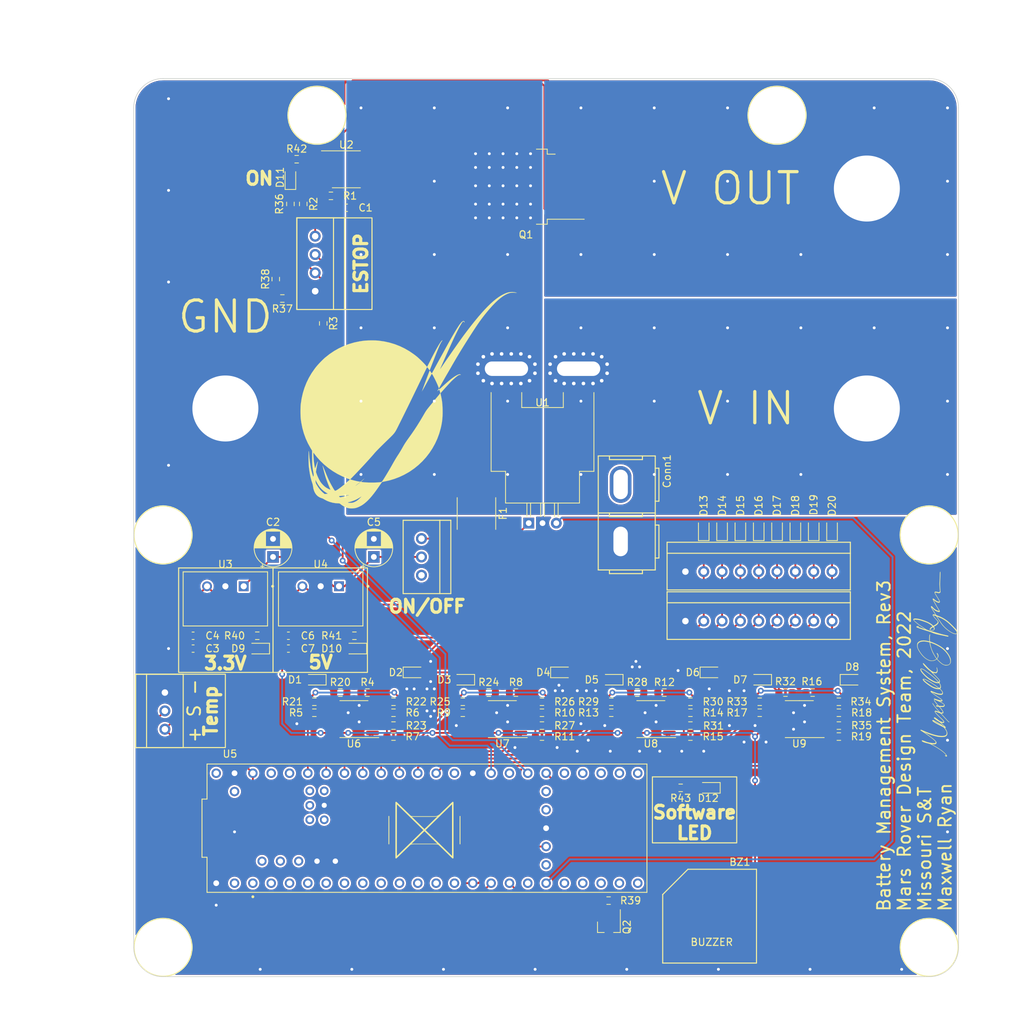
<source format=kicad_pcb>
(kicad_pcb (version 20211014) (generator pcbnew)
  (layers (0 "F.Cu" signal) (31 "B.Cu" signal) (34 "B.Paste" user) (35 "F.Paste" user) (36 "B.SilkS" user "B.Silkscreen") (37 "F.SilkS" user "F.Silkscreen") (38 "B.Mask" user) (39 "F.Mask" user) (44 "Edge.Cuts" user))
  (net 0 "")
  (net 1 "+5V")
  (net 2 "Net-(BZ1-Pad2)")
  (net 3 "Net-(C1-Pad1)")
  (net 4 "GND")
  (net 5 "+3V3")
  (net 6 "cell8")
  (net 7 "cell7")
  (net 8 "call6")
  (net 9 "cell5")
  (net 10 "cell4")
  (net 11 "cell3")
  (net 12 "cell2")
  (net 13 "cell1")
  (net 14 "Net-(D9-Pad2)")
  (net 15 "Net-(D10-Pad2)")
  (net 16 "Net-(D11-Pad2)")
  (net 17 "Net-(D12-Pad2)")
  (net 18 "Net-(J1-Pad1)")
  (net 19 "GATE")
  (net 20 "Net-(J1-Pad3)")
  (net 21 "TEMP_SENSE")
  (net 22 "PACK_OUT")
  (net 23 "Net-(Q1-Pad1)")
  (net 24 "Net-(R20-Pad2)")
  (net 25 "Net-(R21-Pad2)")
  (net 26 "cell8-sense")
  (net 27 "Net-(R22-Pad2)")
  (net 28 "Net-(R23-Pad2)")
  (net 29 "cell7-sense")
  (net 30 "Net-(R24-Pad2)")
  (net 31 "Net-(R25-Pad2)")
  (net 32 "cell6-sense")
  (net 33 "Net-(R10-Pad1)")
  (net 34 "Net-(R11-Pad1)")
  (net 35 "cell5-sense")
  (net 36 "Net-(R12-Pad1)")
  (net 37 "Net-(R13-Pad1)")
  (net 38 "cell4-sense")
  (net 39 "Net-(R14-Pad1)")
  (net 40 "Net-(R15-Pad1)")
  (net 41 "cell3-sense")
  (net 42 "Net-(R16-Pad1)")
  (net 43 "Net-(R17-Pad1)")
  (net 44 "cell2-sense")
  (net 45 "Net-(R18-Pad1)")
  (net 46 "Net-(R19-Pad1)")
  (net 47 "cell1-sense")
  (net 48 "PACK_OUT_SENSE")
  (net 49 "Net-(R37-Pad2)")
  (net 50 "BUZZER")
  (net 51 "SW_LED")
  (net 52 "Net-(F1-Pad2)")
  (net 53 "/PACK_LOGIC")
  (net 55 "CURRENT_SENSE")
  (net 56 "/+BATT")
  (footprint "Resistor_SMD:R_0603_1608Metric_Pad0.98x0.95mm_HandSolder" (layer "F.Cu") (at 231.5445 126.746)
    (fp_text reference "R32")
    (fp_text value "40k")
  )
  (footprint "MRDT_Devices:TSR_1-2433" (layer "F.Cu") (at 167.132 113.764 180)
    (fp_text reference "U4")
    (fp_text value "TRS12450")
  )
  (footprint "Package_TO_SOT_SMD:SOT-23_Handsoldering" (layer "F.Cu") (at 207.076 159.234 -90)
    (fp_text reference "Q2")
    (fp_text value "Q_NMOS_DGS")
  )
  (footprint "Resistor_SMD:R_0603_1608Metric_Pad0.98x0.95mm_HandSolder" (layer "F.Cu") (at 214.7685 126.746)
    (fp_text reference "R12")
    (fp_text value "31.5k")
  )
  (footprint "Resistor_SMD:R_0603_1608Metric_Pad0.98x0.95mm_HandSolder" (layer "F.Cu") (at 162.941 59.0315 -90)
    (fp_text reference "R36")
    (fp_text value "100K")
  )
  (footprint "Resistor_SMD:R_0603_1608Metric_Pad0.98x0.95mm_HandSolder" (layer "F.Cu") (at 173.6205 126.746)
    (fp_text reference "R4")
    (fp_text value "31.5k")
  )
  (footprint "Package_SO:SO-8_3.9x4.9mm_P1.27mm" (layer "F.Cu") (at 233.461 130.429 180)
    (fp_text reference "U9")
    (fp_text value "Opamp_Dual")
  )
  (footprint "Resistor_SMD:R_0603_1608Metric_Pad0.98x0.95mm_HandSolder" (layer "F.Cu") (at 164.719 59.0315 -90)
    (fp_text reference "R2")
    (fp_text value "4k")
  )
  (footprint "Resistor_SMD:R_0603_1608Metric_Pad0.98x0.95mm_HandSolder" (layer "F.Cu") (at 177.2235 129.54)
    (fp_text reference "R6")
    (fp_text value "31.5k")
  )
  (footprint "Resistor_SMD:R_0603_1608Metric_Pad0.98x0.95mm_HandSolder" (layer "F.Cu") (at 207.4025 129.54 180)
    (fp_text reference "R13")
    (fp_text value "31.5k")
  )
  (footprint "Resistor_SMD:R_0603_1608Metric_Pad0.98x0.95mm_HandSolder" (layer "F.Cu") (at 158.3455 118.872)
    (fp_text reference "R40")
    (fp_text value "820")
  )
  (footprint "Resistor_SMD:R_0603_1608Metric_Pad0.98x0.95mm_HandSolder" (layer "F.Cu") (at 197.7975 128.016 180)
    (fp_text reference "R26")
    (fp_text value "40k")
  )
  (footprint "Resistor_SMD:R_0603_1608Metric_Pad0.98x0.95mm_HandSolder" (layer "F.Cu") (at 177.2235 128.016 180)
    (fp_text reference "R22")
    (fp_text value "40k")
  )
  (footprint "MRDT_Drill_Holes:4_40_Hole" (layer "F.Cu") (at 230.378 46.736)
    (fp_text reference "H3" hide)
    (fp_text value "MountingHole" hide)
  )
  (footprint "MRDT_Drill_Holes:4_40_Hole_Corner" (layer "F.Cu") (at 149.29612 158.04388 180)
    (fp_text reference "H4" hide)
    (fp_text value "MountingHole" hide)
  )
  (footprint "MRDT_Drill_Holes:4_40_Hole" (layer "F.Cu") (at 166.624 46.736 90)
    (fp_text reference "H2" hide)
    (fp_text value "MountingHole" hide)
  )
  (footprint "Package_SO:SO-8_3.9x4.9mm_P1.27mm" (layer "F.Cu") (at 192.313 130.429 180)
    (fp_text reference "U7")
    (fp_text value "Opamp_Dual")
  )
  (footprint "Diode_SMD:D_0603_1608Metric_Pad1.05x0.95mm_HandSolder" (layer "F.Cu") (at 227.838 104.027 90)
    (fp_text reference "D16")
    (fp_text value "D_Zener")
  )
  (footprint "MRDT_Devices:BUZZER_SMI_1324_TW_5V_2_R" (layer "F.Cu") (at 227.53 157.734 180)
    (fp_text reference "BZ1")
    (fp_text value "Buzzer")
  )
  (footprint "Diode_SMD:D_0603_1608Metric_Pad1.05x0.95mm_HandSolder" (layer "F.Cu") (at 227.951 124.968 180)
    (fp_text reference "D7")
    (fp_text value "D_Schottky")
  )
  (footprint "Resistor_SMD:R_0603_1608Metric_Pad0.98x0.95mm_HandSolder" (layer "F.Cu") (at 194.1945 126.746)
    (fp_text reference "R8")
    (fp_text value "31.5k")
  )
  (footprint "Diode_SMD:D_0603_1608Metric_Pad1.05x0.95mm_HandSolder" (layer "F.Cu") (at 222.758 104.027 90)
    (fp_text reference "D14")
    (fp_text value "D_Zener")
  )
  (footprint "businessCards:logo" (layer "F.Cu") (at 181.514 145.8095)
    (fp_text reference "G***" hide)
    (fp_text value "LOGO" hide)
  )
  (footprint "Resistor_SMD:R_0603_1608Metric_Pad0.98x0.95mm_HandSolder" (layer "F.Cu") (at 238.9455 132.842)
    (fp_text reference "R19")
    (fp_text value "31.5k")
  )
  (footprint "Resistor_SMD:R_0603_1608Metric_Pad0.98x0.95mm_HandSolder" (layer "F.Cu") (at 227.9765 128.016)
    (fp_text reference "R33")
    (fp_text value "40k")
  )
  (footprint "Resistor_SMD:R_0603_1608Metric_Pad0.98x0.95mm_HandSolder" (layer "F.Cu") (at 218.3715 132.842)
    (fp_text reference "R15")
    (fp_text value "31.5k")
  )
  (footprint "Resistor_SMD:R_0603_1608Metric_Pad0.98x0.95mm_HandSolder" (layer "F.Cu") (at 166.2545 128.016)
    (fp_text reference "R21")
    (fp_text value "40k")
  )
  (footprint "Diode_SMD:D_0603_1608Metric_Pad1.05x0.95mm_HandSolder" (layer "F.Cu") (at 235.458 104.027 90)
    (fp_text reference "D19")
    (fp_text value "D_Zener")
  )
  (footprint "Resistor_SMD:R_0603_1608Metric_Pad0.98x0.95mm_HandSolder" (layer "F.Cu") (at 238.9455 128.016 180)
    (fp_text reference "R34")
    (fp_text value "40k")
  )
  (footprint "MRDT_Silkscreens:0_MRDT_Logo_30mm" (layer "F.Cu") (at 179.324 86.233)
    (fp_text reference "G***" hide)
    (fp_text value "LOGO" hide)
  )
  (footprint "Diode_SMD:D_0603_1608Metric_Pad1.05x0.95mm_HandSolder" (layer "F.Cu") (at 221.375 123.952)
    (fp_text reference "D6")
    (fp_text value "D_Schottky")
  )
  (footprint "Resistor_SMD:R_0603_1608Metric_Pad0.98x0.95mm_HandSolder" (layer "F.Cu") (at 207.4025 128.016)
    (fp_text reference "R29")
    (fp_text value "40k")
  )
  (footprint "Resistor_SMD:R_0603_1608Metric_Pad0.98x0.95mm_HandSolder" (layer "F.Cu") (at 238.9455 129.54)
    (fp_text reference "R18")
    (fp_text value "31.5k")
  )
  (footprint "Diode_SMD:D_0603_1608Metric_Pad1.05x0.95mm_HandSolder" (layer "F.Cu") (at 230.378 104.027 90)
    (fp_text reference "D17")
    (fp_text value "D_Zener")
  )
  (footprint "Diode_SMD:D_0603_1608Metric_Pad1.05x0.95mm_HandSolder" (layer "F.Cu") (at 180.227 123.952)
    (fp_text reference "D2")
    (fp_text value "D_Schottky")
  )
  (footprint "Resistor_SMD:R_0603_1608Metric_Pad0.98x0.95mm_HandSolder" (layer "F.Cu") (at 171.8075 118.872)
    (fp_text reference "R41")
    (fp_text value "820")
  )
  (footprint "Resistor_SMD:R_0603_1608Metric_Pad0.98x0.95mm_HandSolder" (layer "F.Cu") (at 217.0195 139.954 180)
    (fp_text reference "R43")
    (fp_text value "820")
  )
  (footprint "Resistor_SMD:R_0603_1608Metric_Pad0.98x0.95mm_HandSolder" (layer "F.Cu") (at 177.2235 132.842)
    (fp_text reference "R7")
    (fp_text value "31.5k")
  )
  (footprint "Diode_SMD:D_0603_1608Metric_Pad1.05x0.95mm_HandSolder" (layer "F.Cu") (at 225.298 104.027 90)
    (fp_text reference "D15")
    (fp_text value "D_Zener")
  )
  (footprint "Capacitor_SMD:C_0603_1608Metric_Pad1.08x0.95mm_HandSolder" (layer "F.Cu") (at 162.6605 118.872)
    (fp_text reference "C6")
    (fp_text value "10uF")
  )
  (footprint "Capacitor_SMD:C_0603_1608Metric_Pad1.08x0.95mm_HandSolder" (layer "F.Cu") (at 149.4525 118.872)
    (fp_text reference "C4")
    (fp_text value "1uF")
  )
  (footprint "Resistor_SMD:R_0603_1608Metric_Pad0.98x0.95mm_HandSolder" (layer "F.Cu") (at 161.8215 72.136 180)
    (fp_text reference "R37")
    (fp_text value "10k")
  )
  (footprint "Capacitor_SMD:C_0603_1608Metric_Pad1.08x0.95mm_HandSolder" (layer "F.Cu") (at 170.7145 59.563 180)
    (fp_text reference "C1")
    (fp_text value "C")
  )
  (footprint "Fuse:Fuse_2920_7451Metric_Pad2.10x5.45mm_HandSolder" (layer "F.Cu") (at 188.722 101.935 -90)
    (fp_text reference "F1")
    (fp_text value "Polyfuse")
  )
  (footprint "Resistor_SMD:R_0603_1608Metric_Pad0.98x0.95mm_HandSolder" (layer "F.Cu") (at 207.0335 155.575 180)
    (fp_text reference "R39")
    (fp_text value "820")
  )
  (footprint "Diode_SMD:D_0603_1608Metric_Pad1.05x0.95mm_HandSolder" (layer "F.Cu") (at 237.998 104.027 90)
    (fp_text reference "D20")
    (fp_text value "D_Zener")
  )
  (footprint "Resistor_SMD:R_0603_1608Metric_Pad0.98x0.95mm_HandSolder" (layer "F.Cu") (at 238.9455 131.318 180)
    (fp_text reference "R35")
    (fp_text value "40k")
  )
  (footprint "Resistor_SMD:R_0603_1608Metric_Pad0.98x0.95mm_HandSolder" (layer "F.Cu") (at 218.3715 128.016 180)
    (fp_text reference "R30")
    (fp_text value "40k")
  )
  (footprint "MRDT_Drill_Holes:BATT_PWR_VIA" (layer "F.Cu") (at 153.924 87.376)
    (fp_text reference "V1" hide)
    (fp_text value "BATT_PWR_VIA" hide)
  )
  (footprint "Resistor_SMD:R_0603_1608Metric_Pad0.98x0.95mm_HandSolder" (layer "F.Cu") (at 197.7975 132.842)
    (fp_text reference "R11")
    (fp_text value "31.5k")
  )
  (footprint "Diode_SMD:D_0603_1608Metric_Pad1.05x0.95mm_HandSolder" (layer "F.Cu") (at 207.377 124.968 180)
    (fp_text reference "D5")
    (fp_text value "D_Schottky")
  )
  (footprint "MRDT_Connectors:MOLEX_SL_03_Vertical" (layer "F.Cu") (at 181.102 105.41 -90)
    (fp_text reference "SW1" hide)
    (fp_text value "SW_SPDT")
  )
  (footprint "LED_SMD:LED_0603_1608Metric_Pad1.05x0.95mm_HandSolder" (layer "F.Cu") (at 162.941 55.358 90)
    (fp_text reference "D11")
    (fp_text value "LED")
  )
  (footprint "MRDT_Connectors:MOLEX_SL_04_Vertical" (layer "F.Cu") (at 166.37 63.5 -90)
    (fp_text reference "J1" hide)
    (fp_text value "Conn_01x04")
  )
  (footprint "Resistor_SMD:R_0603_1608Metric_Pad0.98x0.95mm_HandSolder" (layer "F.Cu") (at 227.9765 129.54 180)
    (fp_text reference "R17")
    (fp_text value "31.5k")
  )
  (footprint "Resistor_SMD:R_0603_1608Metric_Pad0.98x0.95mm_HandSolder" (layer "F.Cu") (at 186.8285 128.016)
    (fp_text reference "R25")
    (fp_text value "40k")
  )
  (footprint "MRDT_Actives:IRLS3034_TO-263-7_P" (layer "F.Cu") (at 201.93 60.452 180)
    (fp_text reference "Q1")
    (fp_text value "Q_NMOS_DGS")
  )
  (footprint "Resistor_SMD:R_0603_1608Metric_Pad0.98x0.95mm_HandSolder" (layer "F.Cu") (at 177.2235 131.318 180)
    (fp_text reference "R23")
    (fp_text value "40k")
  )
  (footprint "Resistor_SMD:R_0603_1608Metric_Pad0.98x0.95mm_HandSolder" (layer "F.Cu") (at 160.909 69.4455 90)
    (fp_text reference "R38")
    (fp_text value "820")
  )
  (footprint "Capacitor_THT:CP_Radial_D5.0mm_P2.50mm" (layer "F.Cu") (at 160.528 107.95 90)
    (fp_text reference "C2")
    (fp_text value "22uF")
  )
  (footprint "Resistor_SMD:R_0603_1608Metric_Pad0.98x0.95mm_HandSolder" (layer "F.Cu") (at 211.0055 126.746)
    (fp_text reference "R28")
    (fp_text value "40k")
  )
  (footprint "Package_SO:SO-8_3.9x4.9mm_P1.27mm" (layer "F.Cu") (at 171.739 130.429 180)
    (fp_text reference "U6")
    (fp_text value "Opamp_Dual")
  )
  (footprint "MRDT_Connectors:Square_Anderson_2_V_Side_By_Side_PV" (layer "F.Cu") (at 208.024 98.067 90)
    (fp_text reference "Conn1")
    (fp_text value "AndersonPP")
  )
  (footprint "MRDT_Silkscreens:z_sig_MaxRyan_25x6.6mm" (layer "F.Cu") (at 252.222 122.936 90)
    (fp_text reference "G***" hide)
    (fp_text value "LOGO" hide)
  )
  (footprint "Resistor_SMD:R_0603_1608Metric_Pad0.98x0.95mm_HandSolder" (layer "F.Cu") (at 186.8285 129.54 180)
    (fp_text reference "R9")
    (fp_text value "31.5k")
  )
  (footprint "MRDT_Connectors:MOLEX_SL_03_Vertical" (layer "F.Cu") (at 145.542 131.826 90)
    (fp_text reference "J6" hide)
    (fp_text value "Conn_01x03")
  )
  (footprint "MRDT_Connectors:MOLEX_SL_09_Vertical" (layer "F.Cu") (at 217.678 116.84)
    (fp_text reference "J5" hide)
    (fp_text value "Conn_01x09")
  )
  (footprint "MRDT_Connectors:MOLEX_SL_09_Vertical" (layer "F.Cu") (at 217.678 109.982)
    (fp_text reference "J4" hide)
    (fp_text value "Conn_01x09")
  )
  (footprint "Resistor_SMD:R_0603_1608Metric_Pad0.98x0.95mm_HandSolder" (layer "F.Cu") (at 218.3715 129.54)
    (fp_text reference "R14")
    (fp_text value "31.5k")
  )
  (footprint "Resistor_SMD:R_0603_1608Metric_Pad0.98x0.95mm_HandSolder" (layer "F.Cu") (at 218.3715 131.318 180)
    (fp_text reference "R31")
    (fp_text value "40k")
  )
  (footprint "Package_SO:SO-8_3.9x4.9mm_P1.27mm" (layer "F.Cu") (at 170.688 54.229)
    (fp_text reference "U2")
    (fp_text value "LT1910")
  )
  (footprint "LED_SMD:LED_0603_1608Metric_Pad1.05x0.95mm_HandSolder" (layer "F.Cu") (at 220.839 139.954 180)
    (fp_text reference "D12")
    (fp_text value "LED")
  )
  (footprint "Sensor_Current:Allegro_CB_PFF" (layer "F.Cu") (at 195.966 103.265)
    (fp_text reference "U1")
    (fp_text value "ACS758xCB-200B-PFF")
  )
  (footprint "MRDT_Shields:MODULE_DEV-16771" (layer "F.Cu") (at 181.864 145.542)
    (fp_text reference "U5")
    (fp_text value "Teensy4.1_DEV-16771")
  )
  (footprint "LED_SMD:LED_0603_1608Metric_Pad1.05x0.95mm_HandSolder" (layer "F.Cu") (at 158.383 120.65 180)
    (fp_text reference "D9")
    (fp_text value "LED")
  )
  (footprint "MRDT_Drill_Holes:BATT_PWR_VIA" (layer "F.Cu") (at 242.824 87.376)
    (fp_text reference "V2" hide)
    (fp_text value "BATT_PWR_VIA" hide)
  )
  (footprint "Resistor_SMD:R_0603_1608Metric_Pad0.98x0.95mm_HandSolder" (layer "F.Cu") (at 190.4315 126.746)
    (fp_text reference "R24")
    (fp_text value "40k")
  )
  (footprint "Resistor_SMD:R_0603_1608Metric_Pad0.98x0.95mm_HandSolder" (layer "F.Cu") (at 166.2545 129.54 180)
    (fp_text reference "R5")
    (fp_text value "31.5k")
  )
  (footprint "MRDT_Drill_Holes:4_40_Hole" (layer "F.Cu") (at 251.46 104.902)
    (fp_text reference "H5" hide)
    (fp_text value "MountingHole" hide)
  )
  (footprint "MRDT_Devices:TSR_1-2433" (layer "F.Cu") (at 153.924 113.764 180)
    (fp_text reference "U3")
    (fp_text value "TRS12433")
  )
  (footprint "Diode_SMD:D_0603_1608Metric_Pad1.05x0.95mm_HandSolder" (layer "F.Cu") (at 240.792 124.968)
    (fp_text reference "D8")
    (fp_text value "D_Schottky")
  )
  (footprint "Diode_SMD:D_0603_1608Metric_Pad1.05x0.95mm_HandSolder" (layer "F.Cu") (at 220.218 104.027 90)
    (fp_text reference "D13")
    (fp_text value "D_Zener")
  )
  (footprint "Resistor_SMD:R_0603_1608Metric_Pad0.98x0.95mm_HandSolder" (layer "F.Cu") (at 168.5525 57.912)
    (fp_text reference "R1")
    (fp_text value "10k")
  )
  (footprint "Capacitor_THT:CP_Radial_D5.0mm_P2.50mm" (layer "F.Cu") (at 174.498 107.95 90)
    (fp_text reference "C5")
    (fp_text value "22uF")
  )
  (footprint "Resistor_SMD:R_0603_1608Metric_Pad0.98x0.95mm_HandSolder" (layer "F.Cu") (at 197.7975 129.54)
    (fp_text reference "R10")
    (fp_text value "31.5k")
  )
  (footprint "MRDT_Drill_Holes:4_40_Hole" (layer "F.Cu") (at 145.288 104.902)
    (fp_text reference "H6" hide)
    (fp_text value "MountingHole" hide)
  )
  (footprint "LED_SMD:LED_0603_1608Metric_Pad1.05x0.95mm_HandSolder" (layer "F.Cu") (at 171.845 120.65 180)
    (fp_text reference "D10")
    (fp_text value "LED")
  )
  (footprint "Diode_SMD:D_0603_1608Metric_Pad1.05x0.95mm_HandSolder" (layer "F.Cu") (at 232.918 104.027 90)
    (fp_text reference "D18")
    (fp_text value "D_Zener")
  )
  (footprint "Diode_SMD:D_0603_1608Metric_Pad1.05x0.95mm_HandSolder" (layer "F.Cu") (at 200.66 123.952)
    (fp_text reference "D4")
    (fp_text value "D_Schottky")
  )
  (footprint "Capacitor_SMD:C_0603_1608Metric_Pad1.08x0.95mm_HandSolder" (layer "F.Cu") (at 149.4525 120.65)
    (fp_text reference "C3")
    (fp_text value "10uF")
  )
  (footprint "Resistor_SMD:R_0603_1608Metric_Pad0.98x0.95mm_HandSolder" (layer "F.Cu") (at 197.7975 131.318 180)
    (fp_text reference "R27")
    (fp_text value "40k")
  )
  (footprint "MRDT_Drill_Holes:4_40_Hole_Corner" (layer "F.Cu") (at 247.45188 158.04388 -90)
    (fp_text reference "H1" hide)
    (fp_text value "MountingHole" hide)
  )
  (footprint "Capacitor_SMD:C_0603_1608Metric_Pad1.08x0.95mm_HandSolder" (layer "F.Cu") (at 162.6605 120.65)
    (fp_text reference "C7")
    (fp_text value "1uF")
  )
  (footprint "Resistor_SMD:R_0603_1608Metric_Pad0.98x0.95mm_HandSolder" (layer "F.Cu") (at 235.3075 126.746)
    (fp_text reference "R16")
    (fp_text value "31.5k")
  )
  (footprint "Resistor_SMD:R_0603_1608Metric_Pad0.98x0.95mm_HandSolder" (layer "F.Cu") (at 169.8575 126.746)
    (fp_text reference "R20")
    (fp_text value "40k")
  )
  (footprint "Resistor_SMD:R_0603_1608Metric_Pad0.98x0.95mm_HandSolder" (layer "F.Cu") (at 163.8065 52.832)
    (fp_text reference "R42")
    (fp_text value "820")
  )
  (footprint "Diode_SMD:D_0603_1608Metric_Pad1.05x0.95mm_HandSolder" (layer "F.Cu") (at 166.229 124.968 180)
    (fp_text reference "D1")
    (fp_text value "D_Schottky")
  )
  (footprint "Diode_SMD:D_0603_1608Metric_Pad1.05x0.95mm_HandSolder" (layer "F.Cu") (at 186.803 124.968 180)
    (fp_text reference "D3")
    (fp_text value "D_Schottky")
  )
  (footprint "Package_SO:SO-8_3.9x4.9mm_P1.27mm" (layer "F.Cu") (at 212.887 130.429 180)
    (fp_text reference "U8")
    (fp_text value "Opamp_Dual")
  )
  (footprint "Resistor_SMD:R_0603_1608Metric_Pad0.98x0.95mm_HandSolder" (layer "F.Cu") (at 167.4895 75.5885 -90)
    (fp_text reference "R3")
    (fp_text value "10k")
  )
  (footprint "MRDT_Drill_Holes:BATT_PWR_VIA" (layer "F.Cu") (at 242.824 56.896)
    (fp_text reference "V3" hide)
    (fp_text value "BATT_PWR_VIA" hide)
  )
  (gr_rect (start 213.106 147.574) (end 224.79 138.43) (layer "F.SilkS") (width 0.15) (fill none))
  (gr_rect (start 141.478 124.206) (end 153.924 134.366) (layer "F.SilkS") (width 0.15) (fill none))
  (gr_rect (start 163.83 73.66) (end 174.244 60.96) (layer "F.SilkS") (width 0.15) (fill none))
  (gr_line (start 160.528 109.474) (end 160.528 123.952) (layer "F.SilkS") (width 0.15))
  (gr_rect (start 147.447 109.474) (end 173.609 123.952) (layer "F.SilkS") (width 0.15) (fill none))
  (gr_arc (start 251.46 41.656) (mid 254.333682 42.846318) (end 255.524 45.72) (layer "Edge.Cuts") (width 0.1))
  (gr_arc (start 145.288 166.116) (mid 142.414318 164.925682) (end 141.224 162.052) (layer "Edge.Cuts") (width 0.1))
  (gr_arc (start 141.224 45.72) (mid 142.414318 42.846318) (end 145.288 41.656) (layer "Edge.Cuts") (width 0.1))
  (gr_line (start 141.224 45.72) (end 141.224 162.052) (layer "Edge.Cuts") (width 0.1))
  (gr_line (start 145.288 166.116) (end 251.46 166.116) (layer "Edge.Cuts") (width 0.1))
  (gr_arc (start 255.524 162.052) (mid 254.333682 164.925682) (end 251.46 166.116) (layer "Edge.Cuts") (width 0.1))
  (gr_line (start 255.524 45.72) (end 255.524 162.052) (layer "Edge.Cuts") (width 0.1))
  (gr_line (start 145.288 41.656) (end 251.46 41.656) (layer "Edge.Cuts") (width 0.1))
  (gr_text "Battery Management System, Rev3\nMars Rover Design Team, 2022\nMissouri S&T\nMaxwell Ryan" (at 249.428 157.226 90) (layer "F.SilkS") (effects (font (size 1.7526 1.7526) (thickness 0.254)) (justify left)))
  (gr_text "Temp" (at 151.892 129.286 90) (layer "F.SilkS") (effects (font (size 1.778 1.778) (thickness 0.4445))))
  (gr_text "Software\nLED" (at 218.948 144.78) (layer "F.SilkS") (effects (font (size 1.778 1.778) (thickness 0.4445))))
  (gr_text "+ S -" (at 149.606 129.286 90) (layer "F.SilkS") (effects (font (size 1.778 1.778) (thickness 0.254))))
  (gr_text "GND" (at 153.924 74.676) (layer "F.SilkS") (effects (font (size 4.318 4.318) (thickness 0.4445))))
  (gr_text "V IN" (at 226.06 87.376) (layer "F.SilkS") (effects (font (size 4.318 4.318) (thickness 0.4445))))
  (gr_text "V OUT" (at 223.901 56.896) (layer "F.SilkS") (effects (font (size 4.318 4.318) (thickness 0.4445))))
  (gr_text "3.3V" (at 153.924 122.682) (layer "F.SilkS") (effects (font (size 1.778 1.778) (thickness 0.4445))))
  (gr_text "5V" (at 167.132 122.555) (layer "F.SilkS") (effects (font (size 1.778 1.778) (thickness 0.4445))))
  (gr_text "ESTOP" (at 172.72 67.31 90) (layer "F.SilkS") (effects (font (size 1.778 1.778) (thickness 0.4445))))
  (gr_text "ON" (at 158.623 55.499) (layer "F.SilkS") (effects (font (size 1.778 1.778) (thickness 0.4445))))
  (gr_text "ON/OFF" (at 181.864 114.808) (layer "F.SilkS") (effects (font (size 1.778 1.778) (thickness 0.4445))))
  (segment (start 169.164 132.334) (end 170.942 132.334) (width 0.25) (layer "F.Cu") (net 1))
  (segment (start 171.196 117.348) (end 172.72 118.872) (width 0.25) (layer "F.Cu") (net 1))
  (segment (start 167.386 114.554) (end 170.18 117.348) (width 0.25) (layer "F.Cu") (net 1))
  (segment (start 227.33 157.734) (end 227.33 138.938) (width 0.25) (layer "F.Cu") (net 1))
  (segment (start 161.798 120.65) (end 161.798 124.206) (width 0.25) (layer "F.Cu") (net 1))
  (segment (start 182.634598 132.334) (end 189.738 132.334) (width 0.25) (layer "F.Cu") (net 1))
  (segment (start 164.846 112.014) (end 167.386 114.554) (width 0.25) (layer "F.Cu") (net 1))
  (segment (start 189.738 132.334) (end 191.77 132.334) (width 0.25) (layer "F.Cu") (net 1))
  (segment (start 161.798 118.872) (end 161.798 120.65) (width 0.25) (layer "F.Cu") (net 1))
  (segment (start 227.33 132.842) (end 227.838 132.334) (width 0.25) (layer "F.Cu") (net 1))
  (segment (start 170.18 117.348) (end 171.196 117.348) (width 0.25) (layer "F.Cu") (net 1))
  (segment (start 227.838 132.334) (end 230.886 132.334) (width 0.25) (layer "F.Cu") (net 1))
  (segment (start 164.592 112.014) (end 164.846 112.014) (width 0.25) (layer "F.Cu") (net 1))
  (segment (start 208.28 132.334) (end 210.312 132.334) (width 0.25) (layer "F.Cu") (net 1))
  (segment (start 184.677 114.554) (end 195.966 103.265) (width 0.25) (layer "F.Cu") (net 1))
  (segment (start 161.798 114.808) (end 161.798 118.872) (width 0.25) (layer "F.Cu") (net 1))
  (segment (start 210.312 132.334) (end 212.344 132.334) (width 0.25) (layer "F.Cu") (net 1))
  (segment (start 182.630299 132.338299) (end 182.634598 132.334) (width 0.25) (layer "F.Cu") (net 1))
  (segment (start 161.798 114.808) (end 164.592 112.014) (width 0.25) (layer "F.Cu") (net 1))
  (segment (start 167.132 132.334) (end 169.164 132.334) (width 0.25) (layer "F.Cu") (net 1))
  (segment (start 167.386 114.554) (end 184.677 114.554) (width 0.25) (layer "F.Cu") (net 1))
  (via (at 227.33 132.842) (size 0.8) (drill 0.4) (layers "F.Cu" "B.Cu") (net 1))
  (via (at 182.630299 132.338299) (size 0.8) (drill 0.4) (layers "F.Cu" "B.Cu") (net 1))
  (via (at 208.28 132.334) (size 0.8) (drill 0.4) (layers "F.Cu" "B.Cu") (net 1))
  (via (at 227.33 138.938) (size 0.8) (drill 0.4) (layers "F.Cu" "B.Cu") (net 1))
  (via (at 170.942 132.334) (size 0.8) (drill 0.4) (layers "F.Cu" "B.Cu") (net 1))
  (via (at 161.798 124.206) (size 0.8) (drill 0.4) (layers "F.Cu" "B.Cu") (net 1))
  (via (at 167.132 132.334) (size 0.8) (drill 0.4) (layers "F.Cu" "B.Cu") (net 1))
  (via (at 212.344 132.334) (size 0.8) (drill 0.4) (layers "F.Cu" "B.Cu") (net 1))
  (via (at 191.77 132.334) (size 0.8) (drill 0.4) (layers "F.Cu" "B.Cu") (net 1))
  (segment (start 167.132 132.334) (end 163.068 132.334) (width 0.25) (layer "B.Cu") (net 1))
  (segment (start 191.77 132.334) (end 208.28 132.334) (width 0.25) (layer "B.Cu") (net 1))
  (segment (start 170.942 132.334) (end 182.626 132.334) (width 0.25) (layer "B.Cu") (net 1))
  (segment (start 226.822 132.334) (end 212.344 132.334) (width 0.25) (layer "B.Cu") (net 1))
  (segment (start 227.33 138.938) (end 227.33 132.842) (width 0.25) (layer "B.Cu") (net 1))
  (segment (start 163.068 132.334) (end 161.798 131.064) (width 0.25) (layer "B.Cu") (net 1))
  (segment (start 182.626 132.334) (end 182.630299 132.338299) (width 0.25) (layer "B.Cu") (net 1))
  (segment (start 161.798 131.064) (end 161.798 124.206) (width 0.25) (layer "B.Cu") (net 1))
  (segment (start 227.33 132.842) (end 226.822 132.334) (width 0.25) (layer "B.Cu") (net 1))
  (segment (start 208.026 157.734) (end 213.868 157.734) (width 0.25) (layer "F.Cu") (net 2))
  (via (at 193.04 66.04) (size 0.8) (drill 0.4) (layers "F.Cu" "B.Cu") (net 3))
  (via (at 188.595 59.055) (size 0.8) (drill 0.4) (layers "F.Cu" "B.Cu") (net 3))
  (via (at 182.88 66.04) (size 0.8) (drill 0.4) (layers "F.Cu" "B.Cu") (net 3))
  (via (at 193.04 76.2) (size 0.8) (drill 0.4) (layers "F.Cu" "B.Cu") (net 3))
  (via (at 192.405 56.515) (size 0.8) (drill 0.4) (layers "F.Cu" "B.Cu") (net 3))
  (via (at 182.88 45.72) (size 0.8) (drill 0.4) (layers "F.Cu" "B.Cu") (net 3))
  (via (at 172.72 96.52) (size 0.8) (drill 0.4) (layers "F.Cu" "B.Cu") (net 3))
  (via (at 192.405 60.96) (size 0.8) (drill 0.4) (layers "F.Cu" "B.Cu") (net 3))
  (via (at 194.31 59.055) (size 0.8) (drill 0.4) (layers "F.Cu" "B.Cu") (net 3))
  (via (at 172.72 86.36) (size 0.8) (drill 0.4) (layers "F.Cu" "B.Cu") (net 3))
  (via (at 194.31 56.515) (size 0.8) (drill 0.4) (layers "F.Cu" "B.Cu") (net 3))
  (via (at 172.72 66.04) (size 0.8) (drill 0.4) (layers "F.Cu" "B.Cu") (net 3))
  (via (at 190.5 59.055) (size 0.8) (drill 0.4) (layers "F.Cu" "B.Cu") (net 3))
  (via (at 190.5 56.515) (size 0.8) (drill 0.4) (layers "F.Cu" "B.Cu") (net 3))
  (via (at 188.595 56.515) (size 0.8) (drill 0.4) (layers "F.Cu" "B.Cu") (net 3))
  (via (at 196.215 56.515) (size 0.8) (drill 0.4) (layers "F.Cu" "B.Cu") (net 3))
  (via (at 196.215 53.975) (size 0.8) (drill 0.4) (layers "F.Cu" "B.Cu") (net 3))
  (via (at 188.595 53.975) (size 0.8) (drill 0.4) (layers "F.Cu" "B.Cu") (net 3))
  (via (at 193.04 96.52) (size 0.8) (drill 0.4) (layers "F.Cu" "B.Cu") (net 3))
  (via (at 190.5 60.96) (size 0.8) (drill 0.4) (layers "F.Cu" "B.Cu") (net 3))
  (via (at 190.5 53.975) (size 0.8) (drill 0.4) (layers "F.Cu" "B.Cu") (net 3))
  (via (at 193.04 45.72) (size 0.8) (drill 0.4) (layers "F.Cu" "B.Cu") (net 3))
  (via (at 193.04 86.36) (size 0.8) (drill 0.4) (layers "F.Cu" "B.Cu") (net 3))
  (via (at 194.31 52.07) (size 0.8) (drill 0.4) (layers "F.Cu" "B.Cu") (net 3))
  (via (at 182.88 55.88) (size 0.8) (drill 0.4) (layers "F.Cu" "B.Cu") (net 3))
  (via (at 192.405 52.07) (size 0.8) (drill 0.4) (layers "F.Cu" "B.Cu") (net 3))
  (via (at 196.215 59.055) (size 0.8) (drill 0.4) (layers "F.Cu" "B.Cu") (net 3))
  (via (at 192.405 59.055) (size 0.8) (drill 0.4) (layers "F.Cu" "B.Cu") (net 3))
  (via (at 196.215 52.07) (size 0.8) (drill 0.4) (layers "F.Cu" "B.Cu") (net 3))
  (via (at 188.595 60.96) (size 0.8) (drill 0.4) (layers "F.Cu" "B.Cu") (net 3))
  (via (at 182.88 86.36) (size 0.8) (drill 0.4) (layers "F.Cu" "B.Cu") (net 3))
  (via (at 182.88 96.52) (size 0.8) (drill 0.4) (layers "F.Cu" "B.Cu") (net 3))
  (via (at 194.31 53.975) (size 0.8) (drill 0.4) (layers "F.Cu" "B.Cu") (net 3))
  (via (at 188.595 52.07) (size 0.8) (drill 0.4) (layers "F.Cu" "B.Cu") (net 3))
  (via (at 194.31 60.96) (size 0.8) (drill 0.4) (layers "F.Cu" "B.Cu") (net 3))
  (via (at 172.72 76.2) (size 0.8) (drill 0.4) (layers "F.Cu" "B.Cu") (net 3))
  (via (at 172.72 45.72) (size 0.8) (drill 0.4) (layers "F.Cu" "B.Cu") (net 3))
  (via (at 196.215 60.96) (size 0.8) (drill 0.4) (layers "F.Cu" "B.Cu") (net 3))
  (via (at 192.405 53.975) (size 0.8) (drill 0.4) (layers "F.Cu" "B.Cu") (net 3))
  (via (at 190.5 52.07) (size 0.8) (drill 0.4) (layers "F.Cu" "B.Cu") (net 3))
  (via (at 182.88 76.2) (size 0.8) (drill 0.4) (layers "F.Cu" "B.Cu") (net 3))
  (via (at 220.218 134.874) (size 0.8) (drill 0.4) (layers "F.Cu" "B.Cu") (net 4))
  (via (at 211.328 123.19) (size 0.8) (drill 0.4) (layers "F.Cu" "B.Cu") (net 4))
  (via (at 193.04 130.81) (size 0.8) (drill 0.4) (layers "F.Cu" "B.Cu") (net 4))
  (via (at 254 120.65) (size 0.8) (drill 0.4) (layers "F.Cu" "B.Cu") (net 4))
  (via (at 205.232 126.492) (size 0.8) (drill 0.4) (layers "F.Cu" "B.Cu") (net 4))
  (via (at 213.614 128.524) (size 0.8) (drill 0.4) (layers "F.Cu" "B.Cu") (net 4))
  (via (at 234.95 165.1) (size 0.8) (drill 0.4) (layers "F.Cu" "B.Cu") (net 4))
  (via (at 163.83 131.064) (size 0.8) (drill 0.4) (layers "F.Cu" "B.Cu") (net 4))
  (via (at 216.662 123.698) (size 0.8) (drill 0.4) (layers "F.Cu" "B.Cu") (net 4))
  (via (at 194.056 134.366) (size 0.8) (drill 0.4) (layers "F.Cu" "B.Cu") (net 4))
  (via (at 202.692 134.874) (size 0.8) (drill 0.4) (layers "F.Cu" "B.Cu") (net 4))
  (via (at 213.614 130.81) (size 0.8) (drill 0.4) (layers "F.Cu" "B.Cu") (net 4))
  (via (at 202.692 126.492) (size 0.8) (drill 0.4) (layers "F.Cu" "B.Cu") (net 4))
  (via (at 210.312 123.19) (size 0.8) (drill 0.4) (layers "F.Cu" "B.Cu") (net 4))
  (via (at 210.82 122.428) (size 0.8) (drill 0.4) (layers "F.Cu" "B.Cu") (net 4))
  (via (at 222.25 165.1) (size 0.8) (drill 0.4) (layers "F.Cu" "B.Cu") (net 4))
  (via (at 228.854 133.604) (size 0.8) (drill 0.4) (layers "F.Cu" "B.Cu") (net 4))
  (via (at 182.88 129.286) (size 0.8) (drill 0.4) (layers "F.Cu" "B.Cu") (net 4))
  (via (at 181.864 129.286) (size 0.8) (drill 0.4) (layers "F.Cu" "B.Cu") (net 4))
  (via (at 196.85 165.1) (size 0.8) (drill 0.4) (layers "F.Cu" "B.Cu") (net 4))
  (via (at 182.372 125.222) (size 0.8) (drill 0.4) (layers "F.Cu" "B.Cu") (net 4))
  (via (at 200.152 125.73) (size 0.8) (drill 0.4) (layers "F.Cu" "B.Cu") (net 4))
  (via (at 203.962 126.492) (size 0.8) (drill 0.4) (layers "F.Cu" "B.Cu") (net 4))
  (via (at 217.17 134.874) (size 0.8) (drill 0.4) (layers "F.Cu" "B.Cu") (net 4))
  (via (at 146.05 69.85) (size 0.8) (drill 0.4) (layers "F.Cu" "B.Cu") (net 4))
  (via (at 223.774 131.318) (size 0.8) (drill 0.4) (layers "F.Cu" "B.Cu") (net 4))
  (via (at 180.086 126.238) (size 0.8) (drill 0.4) (layers "F.Cu" "B.Cu") (net 4))
  (via (at 234.188 128.524) (size 0.8) (drill 0.4) (layers "F.Cu" "B.Cu") (net 4))
  (via (at 170.942 129.54) (size 0.8) (drill 0.4) (layers "F.Cu" "B.Cu") (net 4))
  (via (at 181.864 126.238) (size 0.8) (drill 0.4) (layers "F.Cu" "B.Cu") (net 4))
  (via (at 152.654 156.21) (size 0.8) (drill 0.4) (layers "F.Cu" "B.Cu") (net 4))
  (via (at 185.928 131.318) (size 0.8) (drill 0.4) (layers "F.Cu" "B.Cu") (net 4))
  (via (at 199.898 134.366) (size 0.8) (drill 0.4) (layers "F.Cu" "B.Cu") (net 4))
  (via (at 203.2 131.064) (size 0.8) (drill 0.4) (layers "F.Cu" "B.Cu") (net 4))
  (via (at 158.75 165.1) (size 0.8) (drill 0.4) (layers "F.Cu" "B.Cu") (net 4))
  (via (at 200.66 126.492) (size 0.8) (drill 0.4) (layers "F.Cu" "B.Cu") (net 4))
  (via (at 155.194 146.05) (size 0.8) (drill 0.4) (layers "F.Cu" "B.Cu") (net 4))
  (via (at 172.466 128.524) (size 0.8) (drill 0.4) (layers "F.Cu" "B.Cu") (net 4))
  (via (at 199.644 126.492) (size 0.8) (drill 0.4) (layers "F.Cu" "B.Cu") (net 4))
  (via (at 206.502 131.318) (size 0.8) (drill 0.4) (layers "F.Cu" "B.Cu") (net 4))
  (via (at 146.05 95.25) (size 0.8) (drill 0.4) (layers "F.Cu" "B.Cu") (net 4))
  (via (at 247.65 165.1) (size 0.8) (drill 0.4) (layers "F.Cu" "B.Cu") (net 4))
  (via (at 182.372 122.428) (size 0.8) (drill 0.4) (layers "F.Cu" "B.Cu") (net 4))
  (via (at 234.188 130.81) (size 0.8) (drill 0.4) (layers "F.Cu" "B.Cu") (net 4))
  (via (at 207.264 134.874) (size 0.8) (drill 0.4) (layers "F.Cu" "B.Cu") (net 4))
  (via (at 254 146.05) (size 0.8) (drill 0.4) (layers "F.Cu" "B.Cu") (net 4))
  (via (at 214.122 134.874) (size 0.8) (drill 0.4) (layers "F.Cu" "B.Cu") (net 4))
  (via (at 146.05 57.15) (size 0.8) (drill 0.4) (layers "F.Cu" "B.Cu") (net 4))
  (via (at 193.04 128.524) (size 0.8) (drill 0.4) (layers "F.Cu" "B.Cu") (net 4))
  (via (at 209.55 165.1) (size 0.8) (drill 0.4) (layers "F.Cu" "B.Cu") (net 4))
  (via (at 220.98 126.238) (size 0.8) (drill 0.4) (layers "F.Cu" "B.Cu") (net 4))
  (via (at 225.806 133.604) (size 0.8) (drill 0.4) (layers "F.Cu" "B.Cu") (net 4))
  (via (at 179.07 126.238) (size 0.8) (drill 0.4) (layers "F.Cu" "B.Cu") (net 4))
  (via (at 211.328 134.874) (size 0.8) (drill 0.4) (layers "F.Cu" "B.Cu") (net 4))
  (via (at 182.88 126.238) (size 0.8) (drill 0.4) (layers "F.Cu" "B.Cu") (net 4))
  (via (at 225.806 126.492) (size 0.8) (drill 0.4) (layers "F.Cu" "B.Cu") (net 4))
  (via (at 232.664 129.54) (size 0.8) (drill 0.4) (layers "F.Cu" "B.Cu") (net 4))
  (via (at 172.466 130.81) (size 0.8) (drill 0.4) (layers "F.Cu" "B.Cu") (net 4))
  (via (at 254 133.35) (size 0.8) (drill 0.4) (layers "F.Cu" "B.Cu") (net 4))
  (via (at 182.372 130.048) (size 0.8) (drill 0.4) (layers "F.Cu" "B.Cu") (net 4))
  (via (at 232.664 131.826) (size 0.8) (drill 0.4) (layers "F.Cu" "B.Cu") (net 4))
  (via (at 204.216 133.35) (size 0.8) (drill 0.4) (layers "F.Cu" "B.Cu") (net 4))
  (via (at 146.05 120.65) (size 0.8) (drill 0.4) (layers "F.Cu" "B.Cu") (net 4))
  (via (at 191.516 129.54) (size 0.8) (drill 0.4) (layers "F.Cu" "B.Cu") (net 4))
  (via (at 146.05 44.45) (size 0.8) (drill 0.4) (layers "F.Cu" "B.Cu") (net 4))
  (via (at 212.09 129.54) (size 0.8) (drill 0.4) (layers "F.Cu" "B.Cu") (net 4))
  (via (at 227.33 131.318) (size 0.8) (drill 0.4) (layers "F.Cu" "B.Cu") (net 4))
  (via (at 184.15 165.1) (size 0.8) (drill 0.4) (layers "F.Cu" "B.Cu") (net 4))
  (via (at 223.774 126.492) (size 0.8) (drill 0.4) (layers "F.Cu" "B.Cu") (net 4))
  (via (at 171.45 165.1) (size 0.8) (drill 0.4) (layers "F.Cu" "B.Cu") (net 4))
  (segment (start 148.59 114.808) (end 151.384 112.014) (width 0.25) (layer "F.Cu") (net 5))
  (segment (start 154.686 134.874) (end 157.734 137.922) (width 0.25) (layer "F.Cu") (net 5))
  (segment (start 194.056 148.082) (end 198.374 148.082) (width 0.25) (layer "F.Cu") (net 5))
  (segment (start 148.59 134.874) (end 154.686 134.874) (width 0.25) (layer "F.Cu") (net 5))
  (segment (start 148.59 128.778) (end 148.59 120.65) (width 0.25) (layer "F.Cu") (net 5))
  (segment (start 157.734 137.922) (end 157.734 139.954) (width 0.25) (layer "F.Cu") (net 5))
  (segment (start 188.214 153.162) (end 188.976 153.162) (width 0.25) (layer "F.Cu") (net 5))
  (segment (start 156.718 114.554) (end 153.924 114.554) (width 0.25) (layer "F.Cu") (net 5))
  (segment (start 166.624 148.844) (end 182.88 148.844) (width 0.25) (layer "F.Cu") (net 5))
  (segment (start 148.59 114.808) (end 148.59 118.872) (width 0.25) (layer "F.Cu") (net 5))
  (segment (start 159.258 117.094) (end 156.718 114.554) (width 0.25) (layer "F.Cu") (net 5))
  (segment (start 157.734 139.954) (end 166.624 148.844) (width 0.25) (layer "F.Cu") (net 5))
  (segment (start 145.542 131.826) (end 148.59 128.778) (width 0.25) (layer "F.Cu") (net 5))
  (segment (start 153.924 114.554) (end 151.384 112.014) (width 0.25) (layer "F.Cu") (net 5))
  (segment (start 145.542 131.826) (end 148.59 134.874) (width 0.25) (layer "F.Cu") (net 5))
  (segment (start 188.976 153.162) (end 194.056 148.082) (width 0.25) (layer "F.Cu") (net 5))
  (segment (start 187.198 153.162) (end 188.214 153.162) (width 0.25) (layer "F.Cu") (net 5))
  (segment (start 159.258 118.872) (end 159.258 117.094) (width 0.25) (layer "F.Cu") (net 5))
  (segment (start 148.59 118.872) (end 148.59 120.65) (width 0.25) (layer "F.Cu") (net 5))
  (segment (start 182.88 148.844) (end 187.198 153.162) (width 0.25) (layer "F.Cu") (net 5))
  (segment (start 176.565 119.126) (end 168.945 126.746) (width 0.25) (layer "F.Cu") (net 6))
  (segment (start 220.218 104.902) (end 220.218 109.982) (width 0.25) (layer "F.Cu") (net 6))
  (segment (start 168.882 126.746) (end 167.104 124.968) (width 0.25) (layer "F.Cu") (net 6))
  (segment (start 220.218 116.84) (end 217.932 119.126) (width 0.25) (layer "F.Cu") (net 6))
  (segment (start 217.932 119.126) (end 176.565 119.126) (width 0.25) (layer "F.Cu") (net 6))
  (segment (start 220.218 109.982) (end 220.218 116.84) (width 0.25) (layer "F.Cu") (net 6))
  (segment (start 168.945 126.746) (end 168.882 126.746) (width 0.25) (layer "F.Cu") (net 6))
  (segment (start 178.136 128.016) (end 178.136 127.555) (width 0.25) (layer "F.Cu") (net 7))
  (segment (start 222.758 116.84) (end 219.71 119.888) (width 0.25) (layer "F.Cu") (net 7))
  (segment (start 165.342 127.809) (end 166.405 126.746) (width 0.25) (layer "F.Cu") (net 7))
  (segment (start 222.758 116.84) (end 222.758 109.982) (width 0.25) (layer "F.Cu") (net 7))
  (segment (start 165.354 128.004) (end 165.342 128.016) (width 0.25) (layer "F.Cu") (net 7))
  (segment (start 179.352 123.952) (end 178.136 125.168) (width 0.25) (layer "F.Cu") (net 7))
  (segment (start 165.342 128.016) (end 165.342 127.809) (width 0.25) (layer "F.Cu") (net 7))
  (segment (start 219.71 119.888) (end 183.416 119.888) (width 0.25) (layer "F.Cu") (net 7))
  (segment (start 165.354 124.968) (end 165.354 128.004) (width 0.25) (layer "F.Cu") (net 7))
  (segment (start 178.136 127.555) (end 177.327 126.746) (width 0.25) (layer "F.Cu") (net 7))
  (segment (start 178.136 125.168) (end 178.136 128.016) (width 0.25) (layer "F.Cu") (net 7))
  (segment (start 183.416 119.888) (end 179.352 123.952) (width 0.25) (layer "F.Cu") (net 7))
  (segment (start 222.758 109.982) (end 222.758 104.902) (width 0.25) (layer "F.Cu") (net 7))
  (via (at 166.405 126.746) (size 0.8) (drill 0.4) (layers "F.Cu" "B.Cu") (net 7))
  (via (at 177.327 126.746) (size 0.8) (drill 0.4) (layers "F.Cu" "B.Cu") (net 7))
  (segment (start 177.327 126.746) (end 166.405 126.746) (width 0.25) (layer "B.Cu") (net 7))
  (segment (start 195.615 120.65) (end 189.519 126.746) (width 0.25) (layer "F.Cu") (net 8))
  (segment (start 225.298 104.902) (end 225.298 109.982) (width 0.25) (layer "F.Cu") (net 8))
  (segment (start 221.488 120.65) (end 195.615 120.65) (width 0.25) (layer "F.Cu") (net 8))
  (segment (start 181.102 123.952) (end 181.102 130.556) (width 0.25) (layer "F.Cu") (net 8))
  (segment (start 186.662 123.952) (end 187.678 124.968) (width 0.25) (layer "F.Cu") (net 8))
  (segment (start 181.102 123.952) (end 186.662 123.952) (width 0.25) (layer "F.Cu") (net 8))
  (segment (start 180.34 131.318) (end 178.136 131.318) (width 0.25) (layer "F.Cu") (net 8))
  (segment (start 189.519 126.746) (end 189.456 126.746) (width 0.25) (layer "F.Cu") (net 8))
  (segment (start 189.456 126.746) (end 187.678 124.968) (width 0.25) (layer "F.Cu") (net 8))
  (segment (start 181.102 130.556) (end 180.34 131.318) (width 0.25) (layer "F.Cu") (net 8))
  (segment (start 225.298 109.982) (end 225.298 116.84) (width 0.25) (layer "F.Cu") (net 8))
  (segment (start 225.298 116.84) (end 221.488 120.65) (width 0.25) (layer "F.Cu") (net 8))
  (segment (start 227.838 104.902) (end 227.838 109.982) (width 0.25) (layer "F.Cu") (net 9))
  (segment (start 185.916 128.016) (end 185.916 127.809) (width 0.25) (layer "F.Cu") (net 9))
  (segment (start 198.71 125.027) (end 198.71 128.016) (width 0.25) (layer "F.Cu") (net 9))
  (segment (start 185.916 127.809) (end 186.979 126.746) (width 0.25) (layer "F.Cu") (net 9))
  (segment (start 227.838 116.84) (end 227.838 109.982) (width 0.25) (layer "F.Cu") (net 9))
  (segment (start 227.838 116.84) (end 223.266 121.412) (width 0.25) (layer "F.Cu") (net 9))
  (segment (start 185.928 124.968) (end 185.928 128.004) (width 0.25) (layer "F.Cu") (net 9))
  (segment (start 199.785 123.952) (end 198.71 125.027) (width 0.25) (layer "F.Cu") (net 9))
  (segment (start 202.325 121.412) (end 199.785 123.952) (width 0.25) (layer "F.Cu") (net 9))
  (segment (start 198.71 127.555) (end 197.901 126.746) (width 0.25) (layer "F.Cu") (net 9))
  (segment (start 185.928 128.004) (end 185.916 128.016) (width 0.25) (layer "F.Cu") (net 9))
  (segment (start 223.266 121.412) (end 202.325 121.412) (width 0.25) (layer "F.Cu") (net 9))
  (segment (start 198.71 128.016) (end 198.71 127.555) (width 0.25) (layer "F.Cu") (net 9))
  (via (at 186.979 126.746) (size 0.8) (drill 0.4) (layers "F.Cu" "B.Cu") (net 9))
  (via (at 197.901 126.746) (size 0.8) (drill 0.4) (layers "F.Cu" "B.Cu") (net 9))
  (segment (start 197.901 126.746) (end 186.979 126.746) (width 0.25) (layer "B.Cu") (net 9))
  (segment (start 208.252 124.968) (end 207.236 123.952) (width 0.25) (layer "F.Cu") (net 10))
  (segment (start 201.535 123.952) (end 201.535 130.697) (width 0.25) (layer "F.Cu") (net 10))
  (segment (start 210.093 126.746) (end 210.03 126.746) (width 0.25) (layer "F.Cu") (net 10))
  (segment (start 214.665 122.174) (end 210.093 126.746) (width 0.25) (layer "F.Cu") (net 10))
  (segment (start 230.378 116.84) (end 225.044 122.174) (width 0.25) (layer "F.Cu") (net 10))
  (segment (start 210.03 126.746) (end 208.252 124.968) (width 0.25) (layer "F.Cu") (net 10))
  (segment (start 230.378 109.982) (end 230.378 104.902) (width 0.25) (layer "F.Cu") (net 10))
  (segment (start 207.236 123.952) (end 201.535 123.952) (width 0.25) (layer "F.Cu") (net 10))
  (segment (start 230.378 116.84) (end 230.378 109.982) (width 0.25) (layer "F.Cu") (net 10))
  (segment (start 225.044 122.174) (end 214.665 122.174) (width 0.25) (layer "F.Cu") (net 10))
  (segment (start 201.535 130.697) (end 200.914 131.318) (width 0.25) (layer "F.Cu") (net 10))
  (segment (start 200.914 131.318) (end 198.71 131.318) (width 0.25) (layer "F.Cu") (net 10))
  (segment (start 206.49 128.016) (end 206.49 127.809) (width 0.25) (layer "F.Cu") (net 11))
  (segment (start 226.822 122.936) (end 232.918 116.84) (width 0.25) (layer "F.Cu") (net 11))
  (segment (start 219.284 128.016) (end 219.284 127.809) (width 0.25) (layer "F.Cu") (net 11))
  (segment (start 232.918 116.84) (end 232.918 109.982) (width 0.25) (layer "F.Cu") (net 11))
  (segment (start 206.49 127.809) (end 207.553 126.746) (width 0.25) (layer "F.Cu") (net 11))
  (segment (start 206.502 124.968) (end 206.502 128.004) (width 0.25) (layer "F.Cu") (net 11))
  (segment (start 206.502 128.004) (end 206.49 128.016) (width 0.25) (layer "F.Cu") (net 11))
  (segment (start 220.5 123.952) (end 219.284 125.168) (width 0.25) (layer "F.Cu") (net 11))
  (segment (start 220.5 123.952) (end 221.516 122.936) (width 0.25) (layer "F.Cu") (net 11))
  (segment (start 221.516 122.936) (end 226.822 122.936) (width 0.25) (layer "F.Cu") (net 11))
  (segment (start 232.918 109.982) (end 232.918 104.902) (width 0.25) (layer "F.Cu") (net 11))
  (segment (start 219.284 127.809) (end 218.221 126.746) (width 0.25) (layer "F.Cu") (net 11))
  (segment (start 219.284 125.168) (end 219.284 128.016) (width 0.25) (layer "F.Cu") (net 11))
  (via (at 207.553 126.746) (size 0.8) (drill 0.4) (layers "F.Cu" "B.Cu") (net 11))
  (via (at 218.221 126.746) (size 0.8) (drill 0.4) (layers "F.Cu" "B.Cu") (net 11))
  (segment (start 218.221 126.746) (end 207.553 126.746) (width 0.25) (layer "B.Cu") (net 11))
  (segment (start 227.81 123.952) (end 222.25 123.952) (width 0.25) (layer "F.Cu") (net 12))
  (segment (start 222.25 130.81) (end 221.742 131.318) (width 0.25) (layer "F.Cu") (net 12))
  (segment (start 235.458 104.902) (end 235.458 109.982) (width 0.25) (layer "F.Cu") (net 12))
  (segment (start 235.458 116.84) (end 230.632 121.666) (width 0.25) (layer "F.Cu") (net 12))
  (segment (start 221.742 131.318) (end 219.284 131.318) (width 0.25) (layer "F.Cu") (net 12))
  (segment (start 228.826 124.968) (end 227.81 123.952) (width 0.25) (layer "F.Cu") (net 12))
  (segment (start 235.458 109.982) (end 235.458 116.84) (width 0.25) (layer "F.Cu") (net 12))
  (segment (start 222.25 123.952) (end 222.25 130.81) (width 0.25) (layer "F.Cu") (net 12))
  (segment (start 228.854 124.968) (end 230.632 126.746) (width 0.25) (layer "F.Cu") (net 12))
  (segment (start 230.632 121.666) (end 230.632 126.746) (width 0.25) (layer "F.Cu") (net 12))
  (segment (start 228.826 124.968) (end 228.854 124.968) (width 0.25) (layer "F.Cu") (net 12))
  (segment (start 237.998 116.84) (end 237.998 123.049) (width 0.25) (layer "F.Cu") (net 13))
  (segment (start 237.998 104.902) (end 237.998 109.982) (width 0.25) (layer "F.Cu") (net 13))
  (segment (start 227.064 128.016) (end 227.064 127.555) (width 0.25) (layer "F.Cu") (net 13))
  (segment (start 227.064 128.016) (end 227.064 124.98) (width 0.25) (layer "F.Cu") (net 13))
  (segment (start 237.998 116.84) (end 237.998 109.982) (width 0.25) (layer "F.Cu") (net 13))
  (segment (start 239.858 125.027) (end 239.917 124.968) (width 0.25) (layer "F.Cu") (net 13))
  (segment (start 227.064 124.98) (end 227.076 124.968) (width 0.25) (layer "F.Cu") (net 13))
  (segment (start 237.998 123.049) (end 239.917 124.968) (width 0.25) (layer "F.Cu") (net 13))
  (segment (start 227.064 127.555) (end 228.127 126.492) (width 0.25) (layer "F.Cu") (net 13))
  (segment (start 239.858 128.016) (end 239.858 125.027) (width 0.25) (layer "F.Cu") (net 13))
  (segment (start 239.858 127.555) (end 238.795 126.492) (width 0.25) (layer "F.Cu") (net 13))
  (segment (start 239.858 128.016) (end 239.858 127.555) (width 0.25) (layer "F.Cu") (net 13))
  (via (at 238.795 126.492) (size 0.8) (drill 0.4) (layers "F.Cu" "B.Cu") (net 13))
  (via (at 228.127 126.492) (size 0.8) (drill 0.4) (layers "F.Cu" "B.Cu") (net 13))
  (segment (start 238.795 126.492) (end 228.127 126.492) (width 0.25) (layer "B.Cu") (net 13))
  (segment (start 157.433 120.575) (end 157.508 120.65) (width 0.25) (layer "F.Cu") (net 14))
  (segment (start 157.433 118.872) (end 157.433 120.575) (width 0.25) (layer "F.Cu") (net 14))
  (segment (start 170.895 118.872) (end 170.895 120.575) (width 0.25) (layer "F.Cu") (net 15))
  (segment (start 170.895 120.575) (end 170.97 120.65) (width 0.25) (layer "F.Cu") (net 15))
  (segment (start 162.894 54.436) (end 162.941 54.483) (width 0.25) (layer "F.Cu") (net 16))
  (segment (start 162.894 52.832) (end 162.894 54.436) (width 0.25) (layer "F.Cu") (net 16))
  (segment (start 217.932 139.954) (end 219.964 139.954) (width 0.25) (layer "F.Cu") (net 17))
  (segment (start 166.37 59.182) (end 167.64 57.912) (width 0.25) (layer "F.Cu") (net 18))
  (segment (start 167.64 56.607) (end 168.113 56.134) (width 0.25) (layer "F.Cu") (net 18))
  (segment (start 167.64 57.912) (end 167.64 56.607) (width 0.25) (layer "F.Cu") (net 18))
  (segment (start 166.37 63.5) (end 166.37 59.182) (width 0.25) (layer "F.Cu") (net 18))
  (segment (start 170.18 108.458) (end 170.18 69.85) (width 0.25) (layer "F.Cu") (net 19))
  (segment (start 170.18 69.85) (end 166.37 66.04) (width 0.25) (layer "F.Cu") (net 19))
  (via (at 170.18 108.458) (size 0.8) (drill 0.4) (layers "F.Cu" "B.Cu") (net 19))
  (segment (start 170.18 108.458) (end 183.642 121.92) (width 0.25) (layer "B.Cu") (net 19))
  (segment (start 185.038283 134.112) (end 190.246 134.112) (width 0.25) (layer "B.Cu") (net 19))
  (segment (start 190.754 134.62) (end 190.754 137.922) (width 0.25) (layer "B.Cu") (net 19))
  (segment (start 183.642 132.715717) (end 185.038283 134.112) (width 0.25) (layer "B.Cu") (net 19))
  (segment (start 190.246 134.112) (end 190.754 134.62) (width 0.25) (layer "B.Cu") (net 19))
  (segment (start 183.642 121.92) (end 183.642 132.715717) (width 0.25) (layer "B.Cu") (net 19))
  (segment (start 167.4895 69.6995) (end 166.37 68.58) (width 0.25) (layer "F.Cu") (net 20))
  (segment (start 165.354 67.564) (end 166.37 68.58) (width 0.25) (layer "F.Cu") (net 20))
  (segment (start 167.4895 74.676) (end 167.4895 69.6995) (width 0.25) (layer "F.Cu") (net 20))
  (segment (start 164.719 66.929) (end 165.354 67.564) (width 0.25) (layer "F.Cu") (net 20))
  (segment (start 164.719 59.944) (end 164.719 66.929) (width 0.25) (layer "F.Cu") (net 20))
  (segment (start 188.722 155.194) (end 151.384 155.194) (width 0.25) (layer "F.Cu") (net 21))
  (segment (start 142.24 146.05) (end 142.24 132.588) (width 0.25) (layer "F.Cu") (net 21))
  (segment (start 142.24 132.588) (end 145.542 129.286) (width 0.25) (layer "F.Cu") (net 21))
  (segment (start 190.754 153.162) (end 188.722 155.194) (width 0.25) (layer "F.Cu") (net 21))
  (segment (start 151.384 155.194) (end 142.24 146.05) (width 0.25) (layer "F.Cu") (net 21))
  (segment (start 164.719 52.832) (end 166.243 51.308) (width 0.25) (layer "F.Cu") (net 22))
  (segment (start 166.243 51.308) (end 168.148 51.308) (width 0.25) (layer "F.Cu") (net 22))
  (segment (start 198.628 41.91) (end 201.355 44.637) (width 0.25) (layer "F.Cu") (net 22))
  (segment (start 164.719 58.119) (end 164.719 52.832) (width 0.25) (layer "F.Cu") (net 22))
  (segment (start 162.941 58.119) (end 164.719 58.119) (width 0.25) (layer "F.Cu") (net 22))
  (segment (start 168.148 51.308) (end 170.942 48.514) (width 0.25) (layer "F.Cu") (net 22))
  (segment (start 170.942 48.514) (end 170.942 42.544283) (width 0.25) (layer "F.Cu") (net 22))
  (segment (start 170.942 42.544283) (end 171.576283 41.91) (width 0.25) (layer "F.Cu") (net 22))
  (segment (start 201.355 44.637) (end 201.355 52.832) (width 0.25) (layer "F.Cu") (net 22))
  (segment (start 171.576283 41.91) (end 198.628 41.91) (width 0.25) (layer "F.Cu") (net 22))
  (via (at 203.2 45.72) (size 0.8) (drill 0.4) (layers "F.Cu" "B.Cu") (net 22))
  (via (at 254 55.88) (size 0.8) (drill 0.4) (layers "F.Cu" "B.Cu") (net 22))
  (via (at 223.52 66.04) (size 0.8) (drill 0.4) (layers "F.Cu" "B.Cu") (net 22))
  (via (at 254 45.72) (size 0.8) (drill 0.4) (layers "F.Cu" "B.Cu") (net 22))
  (via (at 203.2 66.04) (size 0.8) (drill 0.4) (layers "F.Cu" "B.Cu") (net 22))
  (via (at 233.68 66.04) (size 0.8) (drill 0.4) (layers "F.Cu" "B.Cu") (net 22))
  (via (at 213.36 55.88) (size 0.8) (drill 0.4) (layers "F.Cu" "B.Cu") (net 22))
  (via (at 223.52 55.88) (size 0.8) (drill 0.4) (layers "F.Cu" "B.Cu") (net 22))
  (via (at 254 66.04) (size 0.8) (drill 0.4) (layers "F.Cu" "B.Cu") (net 22))
  (via (at 223.52 45.72) (size 0.8) (drill 0.4) (layers "F.Cu" "B.Cu") (net 22))
  (via (at 213.36 45.72) (size 0.8) (drill 0.4) (layers "F.Cu" "B.Cu") (net 22))
  (via (at 243.84 45.72) (size 0.8) (drill 0.4) (layers "F.Cu" "B.Cu") (net 22))
  (via (at 213.36 66.04) (size 0.8) (drill 0.4) (layers "F.Cu" "B.Cu") (net 22))
  (segment (start 198.882 60.452) (end 198.12 59.69) (width 0.25) (layer "F.Cu") (net 23))
  (segment (start 171.45 42.672) (end 171.45 55.626) (width 0.25) (layer "F.Cu") (net 23))
  (segment (start 198.12 42.672) (end 197.866 42.418) (width 0.25) (layer "F.Cu") (net 23))
  (segment (start 198.12 59.69) (end 198.12 42.672) (width 0.25) (layer "F.Cu") (net 23))
  (segment (start 201.355 60.452) (end 198.882 60.452) (width 0.25) (layer "F.Cu") (net 23))
  (segment (start 171.45 55.626) (end 171.958 56.134) (width 0.25) (layer "F.Cu") (net 23))
  (segment (start 171.704 42.418) (end 171.45 42.672) (width 0.25) (layer "F.Cu") (net 23))
  (segment (start 197.866 42.418) (end 171.704 42.418) (width 0.25) (layer "F.Cu") (net 23))
  (segment (start 171.958 56.134) (end 173.263 56.134) (width 0.25) (layer "F.Cu") (net 23))
  (segment (start 172.708 126.746) (end 170.77 126.746) (width 0.25) (layer "F.Cu") (net 24))
  (segment (start 169.164 128.352) (end 170.77 126.746) (width 0.25) (layer "F.Cu") (net 24))
  (segment (start 169.164 128.524) (end 169.164 128.352) (width 0.25) (layer "F.Cu") (net 24))
  (segment (start 169.164 129.794) (end 167.421 129.794) (width 0.25) (layer "F.Cu") (net 25))
  (segment (start 167.421 129.794) (end 167.167 129.54) (width 0.25) (layer "F.Cu") (net 25))
  (segment (start 167.167 129.54) (end 167.167 128.016) (width 0.25) (layer "F.Cu") (net 25))
  (segment (start 165.342 129.54) (end 165.354 129.552) (width 0.25) (layer "F.Cu") (net 26))
  (segment (start 166.866 131.064) (end 165.342 129.54) (width 0.25) (layer "F.Cu") (net 26))
  (segment (start 169.164 131.064) (end 166.866 131.064) (width 0.25) (layer "F.Cu") (net 26))
  (segment (start 165.354 129.552) (end 165.354 137.922) (width 0.25) (layer "F.Cu") (net 26))
  (segment (start 174.314 129.794) (end 176.057 129.794) (width 0.25) (layer "F.Cu") (net 27))
  (segment (start 176.057 129.794) (end 176.311 129.54) (width 0.25) (layer "F.Cu") (net 27))
  (segment (start 176.311 129.54) (end 176.311 128.016) (width 0.25) (layer "F.Cu") (net 27))
  (segment (start 176.311 131.318) (end 176.311 132.842) (width 0.25) (layer "F.Cu") (net 28))
  (segment (start 174.314 131.064) (end 176.057 131.064) (width 0.25) (layer "F.Cu") (net 28))
  (segment (start 176.057 131.064) (end 176.311 131.318) (width 0.25) (layer "F.Cu") (net 28))
  (segment (start 172.79 133.858) (end 174.314 132.334) (width 0.25) (layer "F.Cu") (net 29))
  (segment (start 174.857 133.858) (end 174.314 133.315) (width 0.25) (layer "F.Cu") (net 29))
  (segment (start 178.136 132.842) (end 178.136 133.522) (width 0.25) (layer "F.Cu") (net 29))
  (segment (start 167.894 137.922) (end 167.894 134.874) (width 0.25) (layer "F.Cu") (net 29))
  (segment (start 177.8 133.858) (end 174.857 133.858) (width 0.25) (layer "F.Cu") (net 29))
  (segment (start 178.136 133.522) (end 177.8 133.858) (width 0.25) (layer "F.Cu") (net 29))
  (segment (start 167.894 134.874) (end 168.91 133.858) (width 0.25) (layer "F.Cu") (net 29))
  (segment (start 168.91 133.858) (end 172.79 133.858) (width 0.25) (layer "F.Cu") (net 29))
  (segment (start 174.314 133.315) (end 174.314 132.334) (width 0.25) (layer "F.Cu") (net 29))
  (segment (start 193.282 126.746) (end 191.344 126.746) (width 0.25) (layer "F.Cu") (net 30))
  (segment (start 189.738 128.352) (end 191.344 126.746) (width 0.25) (layer "F.Cu") (net 30))
  (segment (start 189.738 128.524) (end 189.738 128.352) (width 0.25) (layer "F.Cu") (net 30))
  (segment (start 189.738 129.794) (end 187.995 129.794) (width 0.25) (layer "F.Cu") (net 31))
  (segment (start 187.741 129.54) (end 187.741 128.016) (width 0.25) (layer "F.Cu") (net 31))
  (segment (start 187.995 129.794) (end 187.741 129.54) (width 0.25) (layer "F.Cu") (net 31))
  (segment (start 171.196 134.366) (end 179.578 134.366) (width 0.25) (layer "F.Cu") (net 32))
  (segment (start 170.434 135.128) (end 170.434 137.922) (width 0.25) (layer "F.Cu") (net 32))
  (segment (start 171.196 134.366) (end 170.434 135.128) (width 0.25) (layer "F.Cu") (net 32))
  (segment (start 185.916 129.54) (end 184.404 129.54) (width 0.25) (layer "F.Cu") (net 32))
  (segment (start 187.44 131.064) (end 185.916 129.54) (width 0.25) (layer "F.Cu") (net 32))
  (segment (start 184.404 129.54) (end 179.578 134.366) (width 0.25) (layer "F.Cu") (net 32))
  (segment (start 189.738 131.064) (end 187.44 131.064) (width 0.25) (layer "F.Cu") (net 32))
  (segment (start 196.631 129.794) (end 196.885 129.54) (width 0.25) (layer "F.Cu") (net 33))
  (segment (start 196.885 129.54) (end 196.885 128.016) (width 0.25) (layer "F.Cu") (net 33))
  (segment (start 194.888 129.794) (end 196.631 129.794) (width 0.25) (layer "F.Cu") (net 33))
  (segment (start 194.888 131.064) (end 196.631 131.064) (width 0.25) (layer "F.Cu") (net 34))
  (segment (start 196.885 131.318) (end 196.885 132.842) (width 0.25) (layer "F.Cu") (net 34))
  (segment (start 196.631 131.064) (end 196.885 131.318) (width 0.25) (layer "F.Cu") (net 34))
  (segment (start 198.71 132.842) (end 198.71 134.065) (width 0.25) (layer "F.Cu") (net 35))
  (segment (start 173.736 134.874) (end 192.348 134.874) (width 0.25) (layer "F.Cu") (net 35))
  (segment (start 198.71 134.065) (end 198.409 134.366) (width 0.25) (layer "F.Cu") (net 35))
  (segment (start 172.974 137.922) (end 172.974 135.636) (width 0.25) (layer "F.Cu") (net 35))
  (segment (start 198.409 134.366) (end 195.107 134.366) (width 0.25) (layer "F.Cu") (net 35))
  (segment (start 194.888 132.334) (end 194.888 134.147) (width 0.25) (layer "F.Cu") (net 35))
  (segment (start 192.348 134.874) (end 194.888 132.334) (width 0.25) (layer "F.Cu") (net 35))
  (segment (start 172.974 135.636) (end 173.736 134.874) (width 0.25) (layer "F.Cu") (net 35))
  (segment (start 194.888 134.147) (end 195.107 134.366) (width 0.25) (layer "F.Cu") (net 35))
  (segment (start 210.312 128.352) (end 211.918 126.746) (width 0.25) (layer "F.Cu") (net 36))
  (segment (start 213.856 126.746) (end 211.918 126.746) (width 0.25) (layer "F.Cu") (net 36))
  (segment (start 210.312 128.524) (end 210.312 128.352) (width 0.25) (layer "F.Cu") (net 36))
  (segment (start 208.569 129.794) (end 208.315 129.54) (width 0.25) (layer "F.Cu") (net 37))
  (segment (start 208.315 129.54) (end 208.315 128.016) (width 0.25) (layer "F.Cu") (net 37))
  (segment (start 210.312 129.794) (end 208.569 129.794) (width 0.25) (layer "F.Cu") (net 37))
  (segment (start 175.514 136.144) (end 176.276 135.382) (width 0.25) (layer "F.Cu") (net 38))
  (segment (start 208.014 131.064) (end 206.49 129.54) (width 0.25) (layer "F.Cu") (net 38))
  (segment (start 175.514 137.922) (end 175.514 136.144) (width 0.25) (layer "F.Cu") (net 38))
  (segment (start 200.66 135.382) (end 206.49 129.552) (width 0.25) (layer "F.Cu") (net 38))
  (segment (start 210.312 131.064) (end 208.014 131.064) (width 0.25) (layer "F.Cu") (net 38))
  (segment (start 176.276 135.382) (end 200.66 135.382) (width 0.25) (layer "F.Cu") (net 38))
  (segment (start 206.49 129.552) (end 206.49 129.54) (width 0.25) (layer "F.Cu") (net 38))
  (segment (start 215.462 129.794) (end 217.205 129.794) (width 0.25) (layer "F.Cu") (net 39))
  (segment (start 217.459 129.54) (end 217.459 128.016) (width 0.25) (layer "F.Cu") (net 39))
  (segment (start 217.205 129.794) (end 217.459 129.54) (width 0.25) (layer "F.Cu") (net 39))
  (segment (start 217.459 132.842) (end 217.459 131.318) (width 0.25) (layer "F.Cu") (net 40))
  (segment (start 215.462 131.064) (end 217.205 131.064) (width 0.25) (layer "F.Cu") (net 40))
  (segment (start 217.205 131.064) (end 217.459 131.318) (width 0.25) (layer "F.Cu") (net 40))
  (segment (start 218.983 134.112) (end 215.681 134.112) (width 0.25) (layer "F.Cu") (net 41))
  (segment (start 178.054 137.922) (end 178.054 136.652) (width 0.25) (layer "F.Cu") (net 41))
  (segment (start 211.906 135.89) (end 215.462 132.334) (width 0.25) (layer "F.Cu") (net 41))
  (segment (start 219.284 132.842) (end 219.284 133.811) (width 0.25) (layer "F.Cu") (net 41))
  (segment (start 215.462 132.334) (end 215.462 133.893) (width 0.25) (layer "F.Cu") (net 41))
  (segment (start 178.816 135.89) (end 211.906 135.89) (width 0.25) (layer "F.Cu") (net 41))
  (segment (start 219.284 133.811) (end 218.983 134.112) (width 0.25) (layer "F.Cu") (net 41))
  (segment (start 215.462 133.893) (end 215.681 134.112) (width 0.25) (layer "F.Cu") (net 41))
  (segment (start 178.054 136.652) (end 178.816 135.89) (width 0.25) (layer "F.Cu") (net 41))
  (segment (start 230.886 128.524) (end 230.886 128.317) (width 0.25) (layer "F.Cu") (net 42))
  (segment (start 230.886 128.317) (end 232.457 126.746) (width 0.25) (layer "F.Cu") (net 42))
  (segment (start 232.457 126.746) (end 234.395 126.746) (width 0.25) (layer "F.Cu") (net 42))
  (segment (start 230.886 129.794) (end 229.143 129.794) (width 0.25) (layer "F.Cu") (net 43))
  (segment (start 228.889 129.54) (end 228.889 128.016) (width 0.25) (layer "F.Cu") (net 43))
  (segment (start 229.143 129.794) (end 228.889 129.54) (width 0.25) (layer "F.Cu") (net 43))
  (segment (start 180.594 137.16) (end 181.356 136.398) (width 0.25) (layer "F.Cu") (net 44))
  (segment (start 220.218 136.398) (end 227.064 129.552) (width 0.25) (layer "F.Cu") (net 44))
  (segment (start 230.886 131.064) (end 228.588 131.064) (width 0.25) (layer "F.Cu") (net 44))
  (segment (start 228.588 131.064) (end 227.064 129.54) (width 0.25) (layer "F.Cu") (net 44))
  (segment (start 181.356 136.398) (end 220.218 136.398) (width 0.25) (layer "F.Cu") (net 44))
  (segment (start 180.594 137.922) (end 180.594 137.16) (width 0.25) (layer "F.Cu") (net 44))
  (segment (start 227.064 129.552) (end 227.064 129.54) (width 0.25) (layer "F.Cu") (net 44))
  (segment (start 237.779 129.794) (end 238.033 129.54) (width 0.25) (layer "F.Cu") (net 45))
  (segment (start 238.033 129.54) (end 238.033 128.016) (width 0.25) (layer "F.Cu") (net 45))
  (segment (start 236.036 129.794) (end 237.779 129.794) (width 0.25) (layer "F.Cu") (net 45))
  (segment (start 238.033 132.842) (end 238.033 131.318) (width 0.25) (layer "F.Cu") (net 46))
  (segment (start 237.779 131.064) (end 238.033 131.318) (width 0.25) (layer "F.Cu") (net 46))
  (segment (start 236.036 131.064) (end 237.779 131.064) (width 0.25) (layer "F.Cu") (net 46))
  (segment (start 236.036 133.858) (end 236.036 132.334) (width 0.25) (layer "F.Cu") (net 47))
  (segment (start 236.29 134.112) (end 236.036 133.858) (width 0.25) (layer "F.Cu") (net 47))
  (segment (start 239.858 133.811) (end 239.557 134.112) (width 0.25) (layer "F.Cu") (net 47))
  (segment (start 239.557 134.112) (end 236.29 134.112) (width 0.25) (layer "F.Cu") (net 47))
  (segment (start 184.15 136.906) (end 231.464 136.906) (width 0.25) (layer "F.Cu") (net 47))
  (segment (start 231.464 136.906) (end 236.036 132.334) (width 0.25) (layer "F.Cu") (net 47))
  (segment (start 183.134 137.922) (end 184.15 136.906) (width 0.25) (layer "F.Cu") (net 47))
  (segment (start 239.858 132.842) (end 239.858 133.811) (width 0.25) (layer "F.Cu") (net 47))
  (segment (start 162.734 60.151) (end 162.941 59.944) (width 0.25) (layer "F.Cu") (net 48))
  (segment (start 162.734 72.136) (end 162.734 60.151) (width 0.25) (layer "F.Cu") (net 48))
  (segment (start 162.814 72.136) (end 165.283489 74.605489) (width 0.25) (layer "F.Cu") (net 48))
  (segment (start 165.283489 102.291489) (end 165.283489 74.605489) (width 0.25) (layer "F.Cu") (net 48))
  (segment (start 162.734 72.136) (end 162.814 72.136) (width 0.25) (layer "F.Cu") (net 48))
  (segment (start 168.656 105.664) (end 165.283489 102.291489) (width 0.25) (layer "F.Cu") (net 48))
  (segment (start 162.734 60.024) (end 162.814 59.944) (width 0.25) (layer "F.Cu") (net 48))
  (via (at 168.656 105.664) (size 0.8) (drill 0.4) (layers "F.Cu" "B.Cu") (net 48))
  (segment (start 191.262 133.35) (end 195.834 137.922) (width 0.25) (layer "B.Cu") (net 48))
  (segment (start 185.42 133.35) (end 191.262 133.35) (width 0.25) (layer "B.Cu") (net 48))
  (segment (start 184.404 132.334) (end 185.42 133.35) (width 0.25) (layer "B.Cu") (net 48))
  (segment (start 184.404 121.412) (end 184.404 132.334) (width 0.25) (layer "B.Cu") (net 48))
  (segment (start 168.656 105.664) (end 184.404 121.412) (width 0.25) (layer "B.Cu") (net 48))
  (segment (start 160.909 70.358) (end 160.909 72.136) (width 0.25) (layer "F.Cu") (net 49))
  (segment (start 206.121 155.575) (end 206.121 157.729) (width 0.25) (layer "F.Cu") (net 50))
  (segment (start 206.126 157.734) (end 197.866 157.734) (width 0.25) (layer "F.Cu") (net 50))
  (segment (start 197.866 157.734) (end 193.294 153.162) (width 0.25) (layer "F.Cu") (net 50))
  (segment (start 206.121 157.729) (end 206.126 157.734) (width 0.25) (layer "F.Cu") (net 50))
  (segment (start 198.374 137.922) (end 200.406 139.954) (width 0.25) (layer "F.Cu") (net 51))
  (segment (start 200.406 139.954) (end 216.107 139.954) (width 0.25) (layer "F.Cu") (net 51))
  (segment (start 181.102 105.41) (end 188.722 105.41) (width 0.25) (layer "F.Cu") (net 52))
  (segment (start 169.672 112.014) (end 168.91 112.014) (width 0.25) (layer "F.Cu") (net 53))
  (segment (start 181.102 107.95) (end 175.26 107.95) (width 0.25) (layer "F.Cu") (net 53))
  (segment (start 170.434 112.014) (end 169.672 112.014) (width 0.25) (layer "F.Cu") (net 53))
  (segment (start 175.26 107.95) (end 174.498 107.95) (width 0.25) (layer "F.Cu") (net 53))
  (segment (start 174.498 107.95) (end 170.434 112.014) (width 0.25) (layer "F.Cu") (net 53))
  (segment (start 160.528 107.95) (end 156.464 112.014) (width 0.25) (layer "F.Cu") (net 53))
  (segment (start 168.91 112.014) (end 164.846 107.95) (width 0.25) (layer "F.Cu") (net 53))
  (segment (start 164.846 107.95) (end 160.528 107.95) (width 0.25) (layer "F.Cu") (net 53))
  (segment (start 201.676 149.86) (end 243.84 149.86) (width 0.25) (layer "B.Cu") (net 55))
  (segment (start 240.945 102.515) (end 200.536 102.515) (width 0.25) (layer "B.Cu") (net 55))
  (segment (start 246.38 107.95) (end 240.945 102.515) (width 0.25) (layer "B.Cu") (net 55))
  (segment (start 246.38 147.32) (end 246.38 107.95) (width 0.25) (layer "B.Cu") (net 55))
  (segment (start 243.84 149.86) (end 246.38 147.32) (width 0.25) (layer "B.Cu") (net 55))
  (segment (start 200.536 102.515) (end 199.786 103.265) (width 0.25) (layer "B.Cu") (net 55))
  (segment (start 198.374 153.162) (end 201.676 149.86) (width 0.25) (layer "B.Cu") (net 55))
  (via (at 233.68 76.2) (size 0.8) (drill 0.4) (layers "F.Cu" "B.Cu") (net 56))
  (via (at 243.84 76.2) (size 0.8) (drill 0.4) (layers "F.Cu" "B.Cu") (net 56))
  (via (at 223.52 86.36) (size 0.8) (drill 0.4) (layers "F.Cu" "B.Cu") (net 56))
  (via (at 223.52 76.2) (size 0.8) (drill 0.4) (layers "F.Cu" "B.Cu") (net 56))
  (via (at 213.36 96.52) (size 0.8) (drill 0.4) (layers "F.Cu" "B.Cu") (net 56))
  (via (at 254 86.36) (size 0.8) (drill 0.4) (layers "F.Cu" "B.Cu") (net 56))
  (via (at 213.36 76.2) (size 0.8) (drill 0.4) (layers "F.Cu" "B.Cu") (net 56))
  (via (at 213.36 86.36) (size 0.8) (drill 0.4) (layers "F.Cu" "B.Cu") (net 56))
  (via (at 203.2 76.2) (size 0.8) (drill 0.4) (layers "F.Cu" "B.Cu") (net 56))
  (via (at 203.2 86.36) (size 0.8) (drill 0.4) (layers "F.Cu" "B.Cu") (net 56))
  (via (at 254 76.2) (size 0.8) (drill 0.4) (layers "F.Cu" "B.Cu") (net 56))
  (via (at 223.52 96.52) (size 0.8) (drill 0.4) (layers "F.Cu" "B.Cu") (net 56))
  (via (at 233.68 96.52) (size 0.8) (drill 0.4) (layers "F.Cu" "B.Cu") (net 56))
  (via (at 203.2 96.52) (size 0.8) (drill 0.4) (layers "F.Cu" "B.Cu") (net 56))
  (via (at 254 96.52) (size 0.8) (drill 0.4) (layers "F.Cu" "B.Cu") (net 56))
  (zone (net 22) (net_name "PACK_OUT") (layers F&B.Cu) (priority 1) (connect_pads yes (clearance 0.254)) (min_thickness 0.254) (fill yes (thermal_gap 0.508) (thermal_bridge_width 0.508))
    (polygon (pts (xy 255.524 71.882) (xy 198.12 71.882) (xy 198.12 41.402) (xy 255.524 41.402)))
  )
  (zone (net 3) (net_name "Net-(C1-Pad1)") (layers F&B.Cu) (priority 1) (connect_pads yes (clearance 0.254)) (min_thickness 0.254) (fill yes (thermal_gap 0.508) (thermal_bridge_width 0.508))
    (polygon (pts (xy 170.688 102.108) (xy 170.688 41.402) (xy 197.866 41.402) (xy 197.866 102.108)))
  )
  (zone (net 56) (net_name "/+BATT") (layers F&B.Cu) (priority 1) (connect_pads yes (clearance 0.254)) (min_thickness 0.254) (fill yes (thermal_gap 0.508) (thermal_bridge_width 0.508))
    (polygon (pts (xy 255.524 102.108) (xy 198.12 102.108) (xy 198.12 72.136) (xy 255.524 72.136)))
  )
  (zone (net 4) (net_name "GND") (layers F&B.Cu) (connect_pads yes (clearance 0.254)) (min_thickness 0.254) (fill yes (thermal_gap 0.508) (thermal_bridge_width 0.508))
    (polygon (pts (xy 260.35 171.45) (xy 139.7 171.45) (xy 139.7 38.1) (xy 260.35 38.1)))
  )
)
</source>
